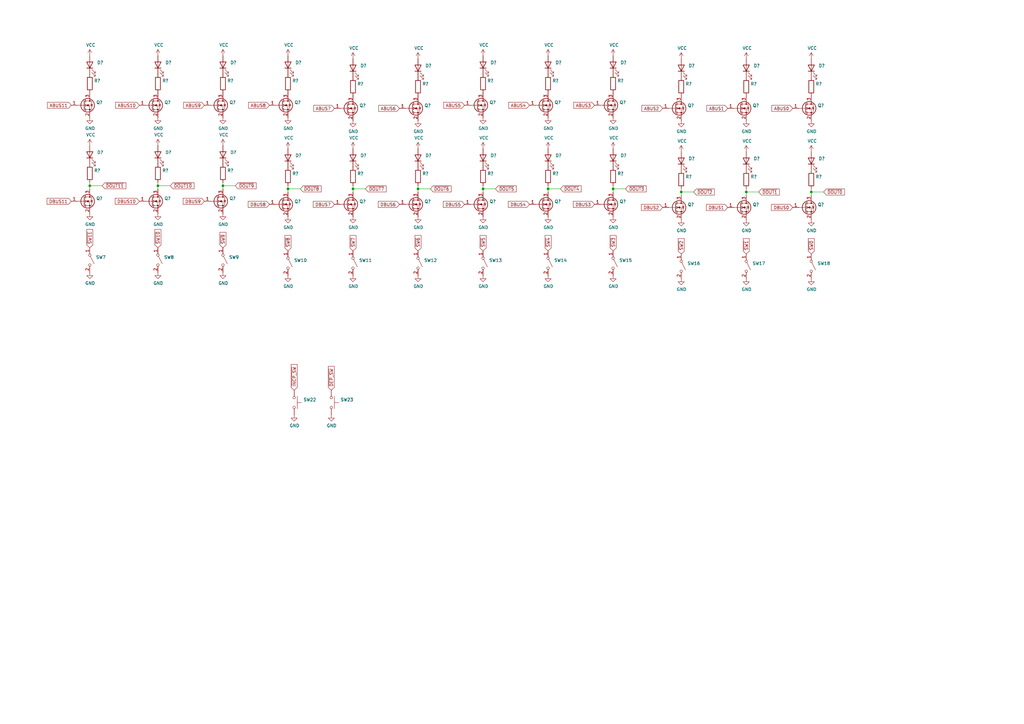
<source format=kicad_sch>
(kicad_sch (version 20211123) (generator eeschema)
  (paper "A3")
  (title_block (title "Q2 Computer") (date "2022-04-16") (rev "4c") (company "joewing.net"))
  (lib_symbols
    (symbol "Device:LED" (pin_numbers hide) (pin_names (offset 1.016) hide)
      (property "Reference" "D" (at 0 2.54 0))
      (property "Value" "LED" (at 0 -2.54 0))
      (symbol "LED_0_1"
        (polyline (pts (xy -1.27 -1.27) (xy -1.27 1.27)) (stroke (width 0.254)))
        (polyline (pts (xy -1.27 0) (xy 1.27 0)))
        (polyline (pts (xy 1.27 -1.27) (xy 1.27 1.27) (xy -1.27 0) (xy 1.27 -1.27)) (stroke (width 0.254)))
        (polyline (pts (xy -3.048 -0.762) (xy -4.572 -2.286) (xy -3.81 -2.286) (xy -4.572 -2.286) (xy -4.572 -1.524)))
        (polyline (pts (xy -1.778 -0.762) (xy -3.302 -2.286) (xy -2.54 -2.286) (xy -3.302 -2.286) (xy -3.302 -1.524)))
      )
      (symbol "LED_1_1"
        (pin passive line (at -3.81 0 0) (length 2.54) (name "K") (number "1"))
        (pin passive line (at 3.81 0 180) (length 2.54) (name "A") (number "2"))
      )
    )
    (symbol "Device:R" (pin_numbers hide) (pin_names (offset 0))
      (property "Reference" "R" (at 2.032 0 90))
      (property "Value" "R" (at 0 0 90))
      (symbol "R_0_1"
        (rectangle (start -1.016 -2.54) (end 1.016 2.54) (stroke (width 0.254)))
      )
      (symbol "R_1_1"
        (pin passive line (at 0 3.81 270) (length 1.27) (name "~") (number "1"))
        (pin passive line (at 0 -3.81 90) (length 1.27) (name "~") (number "2"))
      )
    )
    (symbol "Switch:SW_Push" (pin_numbers hide) (pin_names (offset 1.016) hide)
      (property "Reference" "SW" (at 1.27 2.54 0))
      (property "Value" "SW_Push" (at 0 -1.524 0))
      (symbol "SW_Push_0_1"
        (circle (center -2.032 0) (radius 0.508))
        (polyline (pts (xy 0 1.27) (xy 0 3.048)))
        (polyline (pts (xy 2.54 1.27) (xy -2.54 1.27)))
        (circle (center 2.032 0) (radius 0.508))
        (pin passive line (at -5.08 0 0) (length 2.54) (name "1") (number "1"))
        (pin passive line (at 5.08 0 180) (length 2.54) (name "2") (number "2"))
      )
    )
    (symbol "Switch:SW_SPST" (pin_names (offset 0) hide)
      (property "Reference" "SW" (at 0 3.175 0))
      (property "Value" "SW_SPST" (at 0 -2.54 0))
      (symbol "SW_SPST_0_0"
        (circle (center -2.032 0) (radius 0.508))
        (polyline (pts (xy -1.524 0.254) (xy 1.524 1.778)))
        (circle (center 2.032 0) (radius 0.508))
      )
      (symbol "SW_SPST_1_1"
        (pin passive line (at -5.08 0 0) (length 2.54) (name "A") (number "1"))
        (pin passive line (at 5.08 0 180) (length 2.54) (name "B") (number "2"))
      )
    )
    (symbol "Transistor_FET:2N7002" (pin_names hide)
      (property "Reference" "Q" (at 5.08 1.905 0))
      (property "Value" "2N7002" (at 5.08 0 0))
      (symbol "2N7002_0_1"
        (polyline (pts (xy 0.254 0) (xy -2.54 0)))
        (polyline (pts (xy 0.254 1.905) (xy 0.254 -1.905)) (stroke (width 0.254)))
        (polyline (pts (xy 0.762 -1.27) (xy 0.762 -2.286)) (stroke (width 0.254)))
        (polyline (pts (xy 0.762 0.508) (xy 0.762 -0.508)) (stroke (width 0.254)))
        (polyline (pts (xy 0.762 2.286) (xy 0.762 1.27)) (stroke (width 0.254)))
        (polyline (pts (xy 2.54 2.54) (xy 2.54 1.778)))
        (polyline (pts (xy 2.54 -2.54) (xy 2.54 0) (xy 0.762 0)))
        (polyline (pts (xy 0.762 -1.778) (xy 3.302 -1.778) (xy 3.302 1.778) (xy 0.762 1.778)))
        (polyline (pts (xy 1.016 0) (xy 2.032 0.381) (xy 2.032 -0.381) (xy 1.016 0)) (fill (type outline)))
        (polyline (pts (xy 2.794 0.508) (xy 2.921 0.381) (xy 3.683 0.381) (xy 3.81 0.254)))
        (polyline (pts (xy 3.302 0.381) (xy 2.921 -0.254) (xy 3.683 -0.254) (xy 3.302 0.381)))
        (circle (center 1.651 0) (radius 2.794) (stroke (width 0.254)))
        (circle (center 2.54 -1.778) (radius 0.254) (fill (type outline)))
        (circle (center 2.54 1.778) (radius 0.254) (fill (type outline)))
      )
      (symbol "2N7002_1_1"
        (pin input line (at -5.08 0 0) (length 2.54) (name "G") (number "1"))
        (pin passive line (at 2.54 -5.08 90) (length 2.54) (name "S") (number "2"))
        (pin passive line (at 2.54 5.08 270) (length 2.54) (name "D") (number "3"))
      )
    )
    (symbol "power:GND" (power) (pin_names (offset 0))
      (property "Value" "GND" (at 0 -3.81 0))
      (symbol "GND_0_1"
        (polyline (pts (xy 0 0) (xy 0 -1.27) (xy 1.27 -1.27) (xy 0 -2.54) (xy -1.27 -1.27) (xy 0 -1.27)))
      )
      (symbol "GND_1_1"
        (pin power_in line (at 0 0 270) (length 0) hide (name "GND") (number "1"))
      )
    )
    (symbol "power:VCC" (power) (pin_names (offset 0))
      (property "Value" "VCC" (at 0 3.81 0))
      (symbol "VCC_0_1"
        (polyline (pts (xy -0.762 1.27) (xy 0 2.54)))
        (polyline (pts (xy 0 0) (xy 0 2.54)))
        (polyline (pts (xy 0 2.54) (xy 0.762 1.27)))
      )
      (symbol "VCC_1_1"
        (pin power_in line (at 0 0 90) (length 0) hide (name "VCC") (number "1"))
      )
    )
  )
  (junction (at 224.79 77.47))
  (junction (at 306.07 78.74))
  (junction (at 171.45 77.47))
  (junction (at 91.44 76.2))
  (junction (at 198.12 77.47))
  (junction (at 144.78 77.47))
  (junction (at 64.77 76.2))
  (junction (at 332.74 78.74))
  (junction (at 118.11 77.47))
  (junction (at 36.83 76.2))
  (junction (at 279.4 78.74))
  (junction (at 251.46 77.47))
  (wire (pts (xy 171.45 76.2) (xy 171.45 77.47)))
  (wire (pts (xy 198.12 77.47) (xy 198.12 78.74)))
  (wire (pts (xy 41.91 76.2) (xy 36.83 76.2)))
  (wire (pts (xy 337.82 78.74) (xy 332.74 78.74)))
  (wire (pts (xy 198.12 76.2) (xy 198.12 77.47)))
  (wire (pts (xy 203.2 77.47) (xy 198.12 77.47)))
  (wire (pts (xy 36.83 76.2) (xy 36.83 77.47)))
  (wire (pts (xy 306.07 78.74) (xy 306.07 80.01)))
  (wire (pts (xy 224.79 76.2) (xy 224.79 77.47)))
  (wire (pts (xy 279.4 78.74) (xy 279.4 80.01)))
  (wire (pts (xy 91.44 76.2) (xy 91.44 77.47)))
  (wire (pts (xy 64.77 76.2) (xy 64.77 77.47)))
  (wire (pts (xy 118.11 76.2) (xy 118.11 77.47)))
  (wire (pts (xy 36.83 74.93) (xy 36.83 76.2)))
  (wire (pts (xy 69.85 76.2) (xy 64.77 76.2)))
  (wire (pts (xy 251.46 76.2) (xy 251.46 77.47)))
  (wire (pts (xy 96.52 76.2) (xy 91.44 76.2)))
  (wire (pts (xy 311.15 78.74) (xy 306.07 78.74)))
  (wire (pts (xy 64.77 74.93) (xy 64.77 76.2)))
  (wire (pts (xy 332.74 78.74) (xy 332.74 80.01)))
  (wire (pts (xy 176.53 77.47) (xy 171.45 77.47)))
  (wire (pts (xy 256.54 77.47) (xy 251.46 77.47)))
  (wire (pts (xy 171.45 77.47) (xy 171.45 78.74)))
  (wire (pts (xy 123.19 77.47) (xy 118.11 77.47)))
  (wire (pts (xy 332.74 77.47) (xy 332.74 78.74)))
  (wire (pts (xy 91.44 74.93) (xy 91.44 76.2)))
  (wire (pts (xy 251.46 77.47) (xy 251.46 78.74)))
  (wire (pts (xy 229.87 77.47) (xy 224.79 77.47)))
  (wire (pts (xy 306.07 77.47) (xy 306.07 78.74)))
  (wire (pts (xy 284.48 78.74) (xy 279.4 78.74)))
  (wire (pts (xy 279.4 77.47) (xy 279.4 78.74)))
  (wire (pts (xy 224.79 77.47) (xy 224.79 78.74)))
  (wire (pts (xy 149.86 77.47) (xy 144.78 77.47)))
  (wire (pts (xy 118.11 77.47) (xy 118.11 78.74)))
  (wire (pts (xy 144.78 77.47) (xy 144.78 78.74)))
  (wire (pts (xy 144.78 76.2) (xy 144.78 77.47)))
  (global_label "~{SW6}" (shape input) (at 171.45 102.87 90) (property "Intersheet References" "${INTERSHEET_REFS}" (effects hide)))
  (global_label "~{SW2}" (shape input) (at 279.4 104.14 90) (property "Intersheet References" "${INTERSHEET_REFS}" (effects hide)))
  (global_label "ABUS0" (shape input) (at 325.12 44.45 180) (property "Intersheet References" "${INTERSHEET_REFS}" (effects hide)))
  (global_label "~{DOUT3}" (shape input) (at 256.54 77.47 0) (property "Intersheet References" "${INTERSHEET_REFS}" (effects hide)))
  (global_label "~{SW7}" (shape input) (at 144.78 102.87 90) (property "Intersheet References" "${INTERSHEET_REFS}" (effects hide)))
  (global_label "~{DOUT0}" (shape input) (at 337.82 78.74 0) (property "Intersheet References" "${INTERSHEET_REFS}" (effects hide)))
  (global_label "DBUS0" (shape input) (at 325.12 85.09 180) (property "Intersheet References" "${INTERSHEET_REFS}" (effects hide)))
  (global_label "ABUS1" (shape input) (at 298.45 44.45 180) (property "Intersheet References" "${INTERSHEET_REFS}" (effects hide)))
  (global_label "~{SW10}" (shape input) (at 64.77 101.6 90) (property "Intersheet References" "${INTERSHEET_REFS}" (effects hide)))
  (global_label "~{DOUT9}" (shape input) (at 96.52 76.2 0) (property "Intersheet References" "${INTERSHEET_REFS}" (effects hide)))
  (global_label "~{DOUT8}" (shape input) (at 123.19 77.47 0) (property "Intersheet References" "${INTERSHEET_REFS}" (effects hide)))
  (global_label "~{SW4}" (shape input) (at 224.79 102.87 90) (property "Intersheet References" "${INTERSHEET_REFS}" (effects hide)))
  (global_label "~{DEP_SW}" (shape input) (at 135.89 160.02 90) (property "Intersheet References" "${INTERSHEET_REFS}" (effects hide)))
  (global_label "ABUS5" (shape input) (at 190.5 43.18 180) (property "Intersheet References" "${INTERSHEET_REFS}" (effects hide)))
  (global_label "DBUS11" (shape input) (at 29.21 82.55 180) (property "Intersheet References" "${INTERSHEET_REFS}" (effects hide)))
  (global_label "DBUS9" (shape input) (at 83.82 82.55 180) (property "Intersheet References" "${INTERSHEET_REFS}" (effects hide)))
  (global_label "DBUS10" (shape input) (at 57.15 82.55 180) (property "Intersheet References" "${INTERSHEET_REFS}" (effects hide)))
  (global_label "DBUS8" (shape input) (at 110.49 83.82 180) (property "Intersheet References" "${INTERSHEET_REFS}" (effects hide)))
  (global_label "ABUS8" (shape input) (at 110.49 43.18 180) (property "Intersheet References" "${INTERSHEET_REFS}" (effects hide)))
  (global_label "~{DOUT10}" (shape input) (at 69.85 76.2 0) (property "Intersheet References" "${INTERSHEET_REFS}" (effects hide)))
  (global_label "~{SW3}" (shape input) (at 251.46 102.87 90) (property "Intersheet References" "${INTERSHEET_REFS}" (effects hide)))
  (global_label "ABUS10" (shape input) (at 57.15 43.18 180) (property "Intersheet References" "${INTERSHEET_REFS}" (effects hide)))
  (global_label "~{DOUT11}" (shape input) (at 41.91 76.2 0) (property "Intersheet References" "${INTERSHEET_REFS}" (effects hide)))
  (global_label "DBUS6" (shape input) (at 163.83 83.82 180) (property "Intersheet References" "${INTERSHEET_REFS}" (effects hide)))
  (global_label "~{DOUT4}" (shape input) (at 229.87 77.47 0) (property "Intersheet References" "${INTERSHEET_REFS}" (effects hide)))
  (global_label "ABUS3" (shape input) (at 243.84 43.18 180) (property "Intersheet References" "${INTERSHEET_REFS}" (effects hide)))
  (global_label "~{DOUT6}" (shape input) (at 176.53 77.47 0) (property "Intersheet References" "${INTERSHEET_REFS}" (effects hide)))
  (global_label "~{SW5}" (shape input) (at 198.12 102.87 90) (property "Intersheet References" "${INTERSHEET_REFS}" (effects hide)))
  (global_label "ABUS4" (shape input) (at 217.17 43.18 180) (property "Intersheet References" "${INTERSHEET_REFS}" (effects hide)))
  (global_label "~{SW0}" (shape input) (at 332.74 104.14 90) (property "Intersheet References" "${INTERSHEET_REFS}" (effects hide)))
  (global_label "ABUS11" (shape input) (at 29.21 43.18 180) (property "Intersheet References" "${INTERSHEET_REFS}" (effects hide)))
  (global_label "DBUS7" (shape input) (at 137.16 83.82 180) (property "Intersheet References" "${INTERSHEET_REFS}" (effects hide)))
  (global_label "ABUS6" (shape input) (at 163.83 44.45 180) (property "Intersheet References" "${INTERSHEET_REFS}" (effects hide)))
  (global_label "~{SW9}" (shape input) (at 91.44 101.6 90) (property "Intersheet References" "${INTERSHEET_REFS}" (effects hide)))
  (global_label "~{SW8}" (shape input) (at 118.11 102.87 90) (property "Intersheet References" "${INTERSHEET_REFS}" (effects hide)))
  (global_label "~{SW1}" (shape input) (at 306.07 104.14 90) (property "Intersheet References" "${INTERSHEET_REFS}" (effects hide)))
  (global_label "~{DOUT2}" (shape input) (at 284.48 78.74 0) (property "Intersheet References" "${INTERSHEET_REFS}" (effects hide)))
  (global_label "~{DOUT5}" (shape input) (at 203.2 77.47 0) (property "Intersheet References" "${INTERSHEET_REFS}" (effects hide)))
  (global_label "DBUS1" (shape input) (at 298.45 85.09 180) (property "Intersheet References" "${INTERSHEET_REFS}" (effects hide)))
  (global_label "DBUS2" (shape input) (at 271.78 85.09 180) (property "Intersheet References" "${INTERSHEET_REFS}" (effects hide)))
  (global_label "~{INCP_SW}" (shape input) (at 120.65 160.02 90) (property "Intersheet References" "${INTERSHEET_REFS}" (effects hide)))
  (global_label "~{DOUT1}" (shape input) (at 311.15 78.74 0) (property "Intersheet References" "${INTERSHEET_REFS}" (effects hide)))
  (global_label "~{DOUT7}" (shape input) (at 149.86 77.47 0) (property "Intersheet References" "${INTERSHEET_REFS}" (effects hide)))
  (global_label "ABUS9" (shape input) (at 83.82 43.18 180) (property "Intersheet References" "${INTERSHEET_REFS}" (effects hide)))
  (global_label "DBUS3" (shape input) (at 243.84 83.82 180) (property "Intersheet References" "${INTERSHEET_REFS}" (effects hide)))
  (global_label "ABUS2" (shape input) (at 271.78 44.45 180) (property "Intersheet References" "${INTERSHEET_REFS}" (effects hide)))
  (global_label "ABUS7" (shape input) (at 137.16 44.45 180) (property "Intersheet References" "${INTERSHEET_REFS}" (effects hide)))
  (global_label "~{SW11}" (shape input) (at 36.83 101.6 90) (property "Intersheet References" "${INTERSHEET_REFS}" (effects hide)))
  (global_label "DBUS4" (shape input) (at 217.17 83.82 180) (property "Intersheet References" "${INTERSHEET_REFS}" (effects hide)))
  (global_label "DBUS5" (shape input) (at 190.5 83.82 180) (property "Intersheet References" "${INTERSHEET_REFS}" (effects hide)))
  (symbol (lib_id "Device:LED") (at 36.83 26.67 90) (unit 1)
    (property "Reference" "D?" (at 39.8272 25.6794 90) (effects (justify right)))
    (property "LCSC" "C2296" (effects hide))
    (property "Manufacturer" "Hubei KENTO Elec" (effects hide))
    (property "Part Number" "17-21SUYC/TR8" (effects hide))
    (property "Package" "0805" (effects hide))
    (property "Type" "SMD" (effects hide))
  )
  (symbol (lib_id "Device:R") (at 36.83 34.29 0) (unit 1)
    (property "Reference" "R?" (at 38.608 33.1216 0) (effects (justify left)))
    (property "LCSC" "C21190" (effects hide))
    (property "Manufacturer" "UNI-ROYAL(Uniroyal Elec)" (effects hide))
    (property "Part Number" "0603WAF1001T5E" (effects hide))
    (property "Package" "0603" (effects hide))
    (property "Type" "SMD" (effects hide))
  )
  (symbol (lib_id "power:VCC") (at 36.83 22.86 0) (unit 1)
    (property "Reference" "#PWR?" (effects hide))
  )
  (symbol (lib_id "Transistor_FET:2N7002") (at 34.29 43.18 0) (unit 1)
    (property "Reference" "Q?" (at 39.4716 42.0116 0) (effects (justify left)))
    (property "LCSC" "C181083" (effects hide))
    (property "Manufacturer" "Guangdong Hottech" (effects hide))
    (property "Part Number" "2N7002" (effects hide))
    (property "Package" "SOT-23" (effects hide))
    (property "Type" "SMD" (effects hide))
  )
  (symbol (lib_id "power:GND") (at 36.83 48.26 0) (unit 1)
    (property "Reference" "#PWR?" (effects hide))
  )
  (symbol (lib_id "Device:LED") (at 36.83 63.5 90) (unit 1)
    (property "Reference" "D?" (at 39.8272 62.5094 90) (effects (justify right)))
    (property "LCSC" "C2296" (effects hide))
    (property "Manufacturer" "Hubei KENTO Elec" (effects hide))
    (property "Part Number" "17-21SUYC/TR8" (effects hide))
    (property "Package" "0805" (effects hide))
    (property "Type" "SMD" (effects hide))
  )
  (symbol (lib_id "Device:R") (at 36.83 71.12 0) (unit 1)
    (property "Reference" "R?" (at 38.608 69.9516 0) (effects (justify left)))
    (property "LCSC" "C21190" (effects hide))
    (property "Manufacturer" "UNI-ROYAL(Uniroyal Elec)" (effects hide))
    (property "Part Number" "0603WAF1001T5E" (effects hide))
    (property "Package" "0603" (effects hide))
    (property "Type" "SMD" (effects hide))
  )
  (symbol (lib_id "power:VCC") (at 36.83 59.69 0) (unit 1)
    (property "Reference" "#PWR?" (effects hide))
  )
  (symbol (lib_id "Transistor_FET:2N7002") (at 34.29 82.55 0) (unit 1)
    (property "Reference" "Q?" (at 39.4716 81.3816 0) (effects (justify left)))
    (property "LCSC" "C181083" (effects hide))
    (property "Manufacturer" "Guangdong Hottech" (effects hide))
    (property "Part Number" "2N7002" (effects hide))
    (property "Package" "SOT-23" (effects hide))
    (property "Type" "SMD" (effects hide))
  )
  (symbol (lib_id "power:GND") (at 36.83 87.63 0) (unit 1)
    (property "Reference" "#PWR?" (effects hide))
  )
  (symbol (lib_id "Switch:SW_SPST") (at 36.83 106.68 270) (unit 1)
    (property "Reference" "SW7" (at 39.3192 105.5116 90) (effects (justify left)))
    (property "LCSC" "C514017" (effects hide))
    (property "Manufacturer" "Yuandi" (effects hide))
    (property "Part Number" "TA-3524S-A2" (effects hide))
    (property "Package" "6.6x2.7x2mm" (effects hide))
    (property "Type" "SMD" (effects hide))
  )
  (symbol (lib_id "power:GND") (at 36.83 111.76 0) (unit 1)
    (property "Reference" "#PWR?" (effects hide))
  )
  (symbol (lib_id "Switch:SW_Push") (at 120.65 165.1 270) (unit 1)
    (property "Reference" "SW22" (at 124.4092 163.9316 90) (effects (justify left)))
    (property "LCSC" "C620316" (effects hide))
    (property "Manufacturer" "USAKRO" (effects hide))
    (property "Part Number" "UK-B0228-G5-160-JZ" (effects hide))
    (property "Package" "6x6mm" (effects hide))
    (property "Type" "SMD" (effects hide))
  )
  (symbol (lib_id "power:GND") (at 120.65 170.18 0) (unit 1)
    (property "Reference" "#PWR?" (effects hide))
  )
  (symbol (lib_id "Switch:SW_SPST") (at 64.77 106.68 270) (unit 1)
    (property "Reference" "SW8" (at 67.2592 105.5116 90) (effects (justify left)))
    (property "LCSC" "C514017" (effects hide))
    (property "Manufacturer" "Yuandi" (effects hide))
    (property "Part Number" "TA-3524S-A2" (effects hide))
    (property "Package" "6.6x2.7x2mm" (effects hide))
    (property "Type" "SMD" (effects hide))
  )
  (symbol (lib_id "power:GND") (at 64.77 111.76 0) (unit 1)
    (property "Reference" "#PWR?" (effects hide))
  )
  (symbol (lib_id "Device:LED") (at 64.77 26.67 90) (unit 1)
    (property "Reference" "D?" (at 67.7672 25.6794 90) (effects (justify right)))
    (property "LCSC" "C2296" (effects hide))
    (property "Manufacturer" "Hubei KENTO Elec" (effects hide))
    (property "Part Number" "17-21SUYC/TR8" (effects hide))
    (property "Package" "0805" (effects hide))
    (property "Type" "SMD" (effects hide))
  )
  (symbol (lib_id "Device:R") (at 64.77 34.29 0) (unit 1)
    (property "Reference" "R?" (at 66.548 33.1216 0) (effects (justify left)))
    (property "LCSC" "C21190" (effects hide))
    (property "Manufacturer" "UNI-ROYAL(Uniroyal Elec)" (effects hide))
    (property "Part Number" "0603WAF1001T5E" (effects hide))
    (property "Package" "0603" (effects hide))
    (property "Type" "SMD" (effects hide))
  )
  (symbol (lib_id "power:VCC") (at 64.77 22.86 0) (unit 1)
    (property "Reference" "#PWR?" (effects hide))
  )
  (symbol (lib_id "power:GND") (at 64.77 48.26 0) (unit 1)
    (property "Reference" "#PWR?" (effects hide))
  )
  (symbol (lib_id "Device:LED") (at 64.77 63.5 90) (unit 1)
    (property "Reference" "D?" (at 67.7672 62.5094 90) (effects (justify right)))
    (property "LCSC" "C2296" (effects hide))
    (property "Manufacturer" "Hubei KENTO Elec" (effects hide))
    (property "Part Number" "17-21SUYC/TR8" (effects hide))
    (property "Package" "0805" (effects hide))
    (property "Type" "SMD" (effects hide))
  )
  (symbol (lib_id "Device:R") (at 64.77 71.12 0) (unit 1)
    (property "Reference" "R?" (at 66.548 69.9516 0) (effects (justify left)))
    (property "LCSC" "C21190" (effects hide))
    (property "Manufacturer" "UNI-ROYAL(Uniroyal Elec)" (effects hide))
    (property "Part Number" "0603WAF1001T5E" (effects hide))
    (property "Package" "0603" (effects hide))
    (property "Type" "SMD" (effects hide))
  )
  (symbol (lib_id "power:VCC") (at 64.77 59.69 0) (unit 1)
    (property "Reference" "#PWR?" (effects hide))
  )
  (symbol (lib_id "Transistor_FET:2N7002") (at 62.23 82.55 0) (unit 1)
    (property "Reference" "Q?" (at 67.4116 81.3816 0) (effects (justify left)))
    (property "LCSC" "C181083" (effects hide))
    (property "Manufacturer" "Guangdong Hottech" (effects hide))
    (property "Part Number" "2N7002" (effects hide))
    (property "Package" "SOT-23" (effects hide))
    (property "Type" "SMD" (effects hide))
  )
  (symbol (lib_id "power:GND") (at 64.77 87.63 0) (unit 1)
    (property "Reference" "#PWR?" (effects hide))
  )
  (symbol (lib_id "Transistor_FET:2N7002") (at 62.23 43.18 0) (unit 1)
    (property "Reference" "Q?" (at 67.4116 42.0116 0) (effects (justify left)))
    (property "LCSC" "C181083" (effects hide))
    (property "Manufacturer" "Guangdong Hottech" (effects hide))
    (property "Part Number" "2N7002" (effects hide))
    (property "Package" "SOT-23" (effects hide))
    (property "Type" "SMD" (effects hide))
  )
  (symbol (lib_id "Switch:SW_SPST") (at 91.44 106.68 270) (unit 1)
    (property "Reference" "SW9" (at 93.9292 105.5116 90) (effects (justify left)))
    (property "LCSC" "C514017" (effects hide))
    (property "Manufacturer" "Yuandi" (effects hide))
    (property "Part Number" "TA-3524S-A2" (effects hide))
    (property "Package" "6.6x2.7x2mm" (effects hide))
    (property "Type" "SMD" (effects hide))
  )
  (symbol (lib_id "power:GND") (at 91.44 111.76 0) (unit 1)
    (property "Reference" "#PWR?" (effects hide))
  )
  (symbol (lib_id "Device:LED") (at 91.44 26.67 90) (unit 1)
    (property "Reference" "D?" (at 94.4372 25.6794 90) (effects (justify right)))
    (property "LCSC" "C2296" (effects hide))
    (property "Manufacturer" "Hubei KENTO Elec" (effects hide))
    (property "Part Number" "17-21SUYC/TR8" (effects hide))
    (property "Package" "0805" (effects hide))
    (property "Type" "SMD" (effects hide))
  )
  (symbol (lib_id "Device:R") (at 91.44 34.29 0) (unit 1)
    (property "Reference" "R?" (at 93.218 33.1216 0) (effects (justify left)))
    (property "LCSC" "C21190" (effects hide))
    (property "Manufacturer" "UNI-ROYAL(Uniroyal Elec)" (effects hide))
    (property "Part Number" "0603WAF1001T5E" (effects hide))
    (property "Package" "0603" (effects hide))
    (property "Type" "SMD" (effects hide))
  )
  (symbol (lib_id "power:VCC") (at 91.44 22.86 0) (unit 1)
    (property "Reference" "#PWR?" (effects hide))
  )
  (symbol (lib_id "power:GND") (at 91.44 48.26 0) (unit 1)
    (property "Reference" "#PWR?" (effects hide))
  )
  (symbol (lib_id "Device:LED") (at 91.44 63.5 90) (unit 1)
    (property "Reference" "D?" (at 94.4372 62.5094 90) (effects (justify right)))
    (property "LCSC" "C2296" (effects hide))
    (property "Manufacturer" "Hubei KENTO Elec" (effects hide))
    (property "Part Number" "17-21SUYC/TR8" (effects hide))
    (property "Package" "0805" (effects hide))
    (property "Type" "SMD" (effects hide))
  )
  (symbol (lib_id "Device:R") (at 91.44 71.12 0) (unit 1)
    (property "Reference" "R?" (at 93.218 69.9516 0) (effects (justify left)))
    (property "LCSC" "C21190" (effects hide))
    (property "Manufacturer" "UNI-ROYAL(Uniroyal Elec)" (effects hide))
    (property "Part Number" "0603WAF1001T5E" (effects hide))
    (property "Package" "0603" (effects hide))
    (property "Type" "SMD" (effects hide))
  )
  (symbol (lib_id "power:VCC") (at 91.44 59.69 0) (unit 1)
    (property "Reference" "#PWR?" (effects hide))
  )
  (symbol (lib_id "Transistor_FET:2N7002") (at 88.9 82.55 0) (unit 1)
    (property "Reference" "Q?" (at 94.0816 81.3816 0) (effects (justify left)))
    (property "LCSC" "C181083" (effects hide))
    (property "Manufacturer" "Guangdong Hottech" (effects hide))
    (property "Part Number" "2N7002" (effects hide))
    (property "Package" "SOT-23" (effects hide))
    (property "Type" "SMD" (effects hide))
  )
  (symbol (lib_id "power:GND") (at 91.44 87.63 0) (unit 1)
    (property "Reference" "#PWR?" (effects hide))
  )
  (symbol (lib_id "Transistor_FET:2N7002") (at 88.9 43.18 0) (unit 1)
    (property "Reference" "Q?" (at 94.0816 42.0116 0) (effects (justify left)))
    (property "LCSC" "C181083" (effects hide))
    (property "Manufacturer" "Guangdong Hottech" (effects hide))
    (property "Part Number" "2N7002" (effects hide))
    (property "Package" "SOT-23" (effects hide))
    (property "Type" "SMD" (effects hide))
  )
  (symbol (lib_id "Switch:SW_SPST") (at 118.11 107.95 270) (unit 1)
    (property "Reference" "SW10" (at 120.5992 106.7816 90) (effects (justify left)))
    (property "LCSC" "C514017" (effects hide))
    (property "Manufacturer" "Yuandi" (effects hide))
    (property "Part Number" "TA-3524S-A2" (effects hide))
    (property "Package" "6.6x2.7x2mm" (effects hide))
    (property "Type" "SMD" (effects hide))
  )
  (symbol (lib_id "power:GND") (at 118.11 113.03 0) (unit 1)
    (property "Reference" "#PWR?" (effects hide))
  )
  (symbol (lib_id "Device:LED") (at 118.11 26.67 90) (unit 1)
    (property "Reference" "D?" (at 121.1072 25.6794 90) (effects (justify right)))
    (property "LCSC" "C2296" (effects hide))
    (property "Manufacturer" "Hubei KENTO Elec" (effects hide))
    (property "Part Number" "17-21SUYC/TR8" (effects hide))
    (property "Package" "0805" (effects hide))
    (property "Type" "SMD" (effects hide))
  )
  (symbol (lib_id "Device:R") (at 118.11 34.29 0) (unit 1)
    (property "Reference" "R?" (at 119.888 33.1216 0) (effects (justify left)))
    (property "LCSC" "C21190" (effects hide))
    (property "Manufacturer" "UNI-ROYAL(Uniroyal Elec)" (effects hide))
    (property "Part Number" "0603WAF1001T5E" (effects hide))
    (property "Package" "0603" (effects hide))
    (property "Type" "SMD" (effects hide))
  )
  (symbol (lib_id "power:VCC") (at 118.11 22.86 0) (unit 1)
    (property "Reference" "#PWR?" (effects hide))
  )
  (symbol (lib_id "power:GND") (at 118.11 48.26 0) (unit 1)
    (property "Reference" "#PWR?" (effects hide))
  )
  (symbol (lib_id "Device:LED") (at 118.11 64.77 90) (unit 1)
    (property "Reference" "D?" (at 121.1072 63.7794 90) (effects (justify right)))
    (property "LCSC" "C2296" (effects hide))
    (property "Manufacturer" "Hubei KENTO Elec" (effects hide))
    (property "Part Number" "17-21SUYC/TR8" (effects hide))
    (property "Package" "0805" (effects hide))
    (property "Type" "SMD" (effects hide))
  )
  (symbol (lib_id "Device:R") (at 118.11 72.39 0) (unit 1)
    (property "Reference" "R?" (at 119.888 71.2216 0) (effects (justify left)))
    (property "LCSC" "C21190" (effects hide))
    (property "Manufacturer" "UNI-ROYAL(Uniroyal Elec)" (effects hide))
    (property "Part Number" "0603WAF1001T5E" (effects hide))
    (property "Package" "0603" (effects hide))
    (property "Type" "SMD" (effects hide))
  )
  (symbol (lib_id "power:VCC") (at 118.11 60.96 0) (unit 1)
    (property "Reference" "#PWR?" (effects hide))
  )
  (symbol (lib_id "Transistor_FET:2N7002") (at 115.57 83.82 0) (unit 1)
    (property "Reference" "Q?" (at 120.7516 82.6516 0) (effects (justify left)))
    (property "LCSC" "C181083" (effects hide))
    (property "Manufacturer" "Guangdong Hottech" (effects hide))
    (property "Part Number" "2N7002" (effects hide))
    (property "Package" "SOT-23" (effects hide))
    (property "Type" "SMD" (effects hide))
  )
  (symbol (lib_id "power:GND") (at 118.11 88.9 0) (unit 1)
    (property "Reference" "#PWR?" (effects hide))
  )
  (symbol (lib_id "Transistor_FET:2N7002") (at 115.57 43.18 0) (unit 1)
    (property "Reference" "Q?" (at 120.7516 42.0116 0) (effects (justify left)))
    (property "LCSC" "C181083" (effects hide))
    (property "Manufacturer" "Guangdong Hottech" (effects hide))
    (property "Part Number" "2N7002" (effects hide))
    (property "Package" "SOT-23" (effects hide))
    (property "Type" "SMD" (effects hide))
  )
  (symbol (lib_id "Switch:SW_SPST") (at 144.78 107.95 270) (unit 1)
    (property "Reference" "SW11" (at 147.2692 106.7816 90) (effects (justify left)))
    (property "LCSC" "C514017" (effects hide))
    (property "Manufacturer" "Yuandi" (effects hide))
    (property "Part Number" "TA-3524S-A2" (effects hide))
    (property "Package" "6.6x2.7x2mm" (effects hide))
    (property "Type" "SMD" (effects hide))
  )
  (symbol (lib_id "power:GND") (at 144.78 113.03 0) (unit 1)
    (property "Reference" "#PWR?" (effects hide))
  )
  (symbol (lib_id "Device:LED") (at 144.78 27.94 90) (unit 1)
    (property "Reference" "D?" (at 147.7772 26.9494 90) (effects (justify right)))
    (property "LCSC" "C2296" (effects hide))
    (property "Manufacturer" "Hubei KENTO Elec" (effects hide))
    (property "Part Number" "17-21SUYC/TR8" (effects hide))
    (property "Package" "0805" (effects hide))
    (property "Type" "SMD" (effects hide))
  )
  (symbol (lib_id "Device:R") (at 144.78 35.56 0) (unit 1)
    (property "Reference" "R?" (at 146.558 34.3916 0) (effects (justify left)))
    (property "LCSC" "C21190" (effects hide))
    (property "Manufacturer" "UNI-ROYAL(Uniroyal Elec)" (effects hide))
    (property "Part Number" "0603WAF1001T5E" (effects hide))
    (property "Package" "0603" (effects hide))
    (property "Type" "SMD" (effects hide))
  )
  (symbol (lib_id "power:VCC") (at 144.78 24.13 0) (unit 1)
    (property "Reference" "#PWR?" (effects hide))
  )
  (symbol (lib_id "power:GND") (at 144.78 49.53 0) (unit 1)
    (property "Reference" "#PWR?" (effects hide))
  )
  (symbol (lib_id "Device:LED") (at 144.78 64.77 90) (unit 1)
    (property "Reference" "D?" (at 147.7772 63.7794 90) (effects (justify right)))
    (property "LCSC" "C2296" (effects hide))
    (property "Manufacturer" "Hubei KENTO Elec" (effects hide))
    (property "Part Number" "17-21SUYC/TR8" (effects hide))
    (property "Package" "0805" (effects hide))
    (property "Type" "SMD" (effects hide))
  )
  (symbol (lib_id "Device:R") (at 144.78 72.39 0) (unit 1)
    (property "Reference" "R?" (at 146.558 71.2216 0) (effects (justify left)))
    (property "LCSC" "C21190" (effects hide))
    (property "Manufacturer" "UNI-ROYAL(Uniroyal Elec)" (effects hide))
    (property "Part Number" "0603WAF1001T5E" (effects hide))
    (property "Package" "0603" (effects hide))
    (property "Type" "SMD" (effects hide))
  )
  (symbol (lib_id "power:VCC") (at 144.78 60.96 0) (unit 1)
    (property "Reference" "#PWR?" (effects hide))
  )
  (symbol (lib_id "Transistor_FET:2N7002") (at 142.24 83.82 0) (unit 1)
    (property "Reference" "Q?" (at 147.4216 82.6516 0) (effects (justify left)))
    (property "LCSC" "C181083" (effects hide))
    (property "Manufacturer" "Guangdong Hottech" (effects hide))
    (property "Part Number" "2N7002" (effects hide))
    (property "Package" "SOT-23" (effects hide))
    (property "Type" "SMD" (effects hide))
  )
  (symbol (lib_id "power:GND") (at 144.78 88.9 0) (unit 1)
    (property "Reference" "#PWR?" (effects hide))
  )
  (symbol (lib_id "Transistor_FET:2N7002") (at 142.24 44.45 0) (unit 1)
    (property "Reference" "Q?" (at 147.4216 43.2816 0) (effects (justify left)))
    (property "LCSC" "C181083" (effects hide))
    (property "Manufacturer" "Guangdong Hottech" (effects hide))
    (property "Part Number" "2N7002" (effects hide))
    (property "Package" "SOT-23" (effects hide))
    (property "Type" "SMD" (effects hide))
  )
  (symbol (lib_id "Switch:SW_SPST") (at 171.45 107.95 270) (unit 1)
    (property "Reference" "SW12" (at 173.9392 106.7816 90) (effects (justify left)))
    (property "LCSC" "C514017" (effects hide))
    (property "Manufacturer" "Yuandi" (effects hide))
    (property "Part Number" "TA-3524S-A2" (effects hide))
    (property "Package" "6.6x2.7x2mm" (effects hide))
    (property "Type" "SMD" (effects hide))
  )
  (symbol (lib_id "power:GND") (at 171.45 113.03 0) (unit 1)
    (property "Reference" "#PWR?" (effects hide))
  )
  (symbol (lib_id "Device:LED") (at 171.45 27.94 90) (unit 1)
    (property "Reference" "D?" (at 174.4472 26.9494 90) (effects (justify right)))
    (property "LCSC" "C2296" (effects hide))
    (property "Manufacturer" "Hubei KENTO Elec" (effects hide))
    (property "Part Number" "17-21SUYC/TR8" (effects hide))
    (property "Package" "0805" (effects hide))
    (property "Type" "SMD" (effects hide))
  )
  (symbol (lib_id "Device:R") (at 171.45 35.56 0) (unit 1)
    (property "Reference" "R?" (at 173.228 34.3916 0) (effects (justify left)))
    (property "LCSC" "C21190" (effects hide))
    (property "Manufacturer" "UNI-ROYAL(Uniroyal Elec)" (effects hide))
    (property "Part Number" "0603WAF1001T5E" (effects hide))
    (property "Package" "0603" (effects hide))
    (property "Type" "SMD" (effects hide))
  )
  (symbol (lib_id "power:VCC") (at 171.45 24.13 0) (unit 1)
    (property "Reference" "#PWR?" (effects hide))
  )
  (symbol (lib_id "power:GND") (at 171.45 49.53 0) (unit 1)
    (property "Reference" "#PWR?" (effects hide))
  )
  (symbol (lib_id "Device:LED") (at 171.45 64.77 90) (unit 1)
    (property "Reference" "D?" (at 174.4472 63.7794 90) (effects (justify right)))
    (property "LCSC" "C2296" (effects hide))
    (property "Manufacturer" "Hubei KENTO Elec" (effects hide))
    (property "Part Number" "17-21SUYC/TR8" (effects hide))
    (property "Package" "0805" (effects hide))
    (property "Type" "SMD" (effects hide))
  )
  (symbol (lib_id "Device:R") (at 171.45 72.39 0) (unit 1)
    (property "Reference" "R?" (at 173.228 71.2216 0) (effects (justify left)))
    (property "LCSC" "C21190" (effects hide))
    (property "Manufacturer" "UNI-ROYAL(Uniroyal Elec)" (effects hide))
    (property "Part Number" "0603WAF1001T5E" (effects hide))
    (property "Package" "0603" (effects hide))
    (property "Type" "SMD" (effects hide))
  )
  (symbol (lib_id "power:VCC") (at 171.45 60.96 0) (unit 1)
    (property "Reference" "#PWR?" (effects hide))
  )
  (symbol (lib_id "Transistor_FET:2N7002") (at 168.91 83.82 0) (unit 1)
    (property "Reference" "Q?" (at 174.0916 82.6516 0) (effects (justify left)))
    (property "LCSC" "C181083" (effects hide))
    (property "Manufacturer" "Guangdong Hottech" (effects hide))
    (property "Part Number" "2N7002" (effects hide))
    (property "Package" "SOT-23" (effects hide))
    (property "Type" "SMD" (effects hide))
  )
  (symbol (lib_id "power:GND") (at 171.45 88.9 0) (unit 1)
    (property "Reference" "#PWR?" (effects hide))
  )
  (symbol (lib_id "Transistor_FET:2N7002") (at 168.91 44.45 0) (unit 1)
    (property "Reference" "Q?" (at 174.0916 43.2816 0) (effects (justify left)))
    (property "LCSC" "C181083" (effects hide))
    (property "Manufacturer" "Guangdong Hottech" (effects hide))
    (property "Part Number" "2N7002" (effects hide))
    (property "Package" "SOT-23" (effects hide))
    (property "Type" "SMD" (effects hide))
  )
  (symbol (lib_id "Switch:SW_SPST") (at 198.12 107.95 270) (unit 1)
    (property "Reference" "SW13" (at 200.6092 106.7816 90) (effects (justify left)))
    (property "LCSC" "C514017" (effects hide))
    (property "Manufacturer" "Yuandi" (effects hide))
    (property "Part Number" "TA-3524S-A2" (effects hide))
    (property "Package" "6.6x2.7x2mm" (effects hide))
    (property "Type" "SMD" (effects hide))
  )
  (symbol (lib_id "power:GND") (at 198.12 113.03 0) (unit 1)
    (property "Reference" "#PWR?" (effects hide))
  )
  (symbol (lib_id "Device:LED") (at 198.12 26.67 90) (unit 1)
    (property "Reference" "D?" (at 201.1172 25.6794 90) (effects (justify right)))
    (property "LCSC" "C2296" (effects hide))
    (property "Manufacturer" "Hubei KENTO Elec" (effects hide))
    (property "Part Number" "17-21SUYC/TR8" (effects hide))
    (property "Package" "0805" (effects hide))
    (property "Type" "SMD" (effects hide))
  )
  (symbol (lib_id "Device:R") (at 198.12 34.29 0) (unit 1)
    (property "Reference" "R?" (at 199.898 33.1216 0) (effects (justify left)))
    (property "LCSC" "C21190" (effects hide))
    (property "Manufacturer" "UNI-ROYAL(Uniroyal Elec)" (effects hide))
    (property "Part Number" "0603WAF1001T5E" (effects hide))
    (property "Package" "0603" (effects hide))
    (property "Type" "SMD" (effects hide))
  )
  (symbol (lib_id "power:VCC") (at 198.12 22.86 0) (unit 1)
    (property "Reference" "#PWR?" (effects hide))
  )
  (symbol (lib_id "power:GND") (at 198.12 48.26 0) (unit 1)
    (property "Reference" "#PWR?" (effects hide))
  )
  (symbol (lib_id "Device:LED") (at 198.12 64.77 90) (unit 1)
    (property "Reference" "D?" (at 201.1172 63.7794 90) (effects (justify right)))
    (property "LCSC" "C2296" (effects hide))
    (property "Manufacturer" "Hubei KENTO Elec" (effects hide))
    (property "Part Number" "17-21SUYC/TR8" (effects hide))
    (property "Package" "0805" (effects hide))
    (property "Type" "SMD" (effects hide))
  )
  (symbol (lib_id "Device:R") (at 198.12 72.39 0) (unit 1)
    (property "Reference" "R?" (at 199.898 71.2216 0) (effects (justify left)))
    (property "LCSC" "C21190" (effects hide))
    (property "Manufacturer" "UNI-ROYAL(Uniroyal Elec)" (effects hide))
    (property "Part Number" "0603WAF1001T5E" (effects hide))
    (property "Package" "0603" (effects hide))
    (property "Type" "SMD" (effects hide))
  )
  (symbol (lib_id "power:VCC") (at 198.12 60.96 0) (unit 1)
    (property "Reference" "#PWR?" (effects hide))
  )
  (symbol (lib_id "Transistor_FET:2N7002") (at 195.58 83.82 0) (unit 1)
    (property "Reference" "Q?" (at 200.7616 82.6516 0) (effects (justify left)))
    (property "LCSC" "C181083" (effects hide))
    (property "Manufacturer" "Guangdong Hottech" (effects hide))
    (property "Part Number" "2N7002" (effects hide))
    (property "Package" "SOT-23" (effects hide))
    (property "Type" "SMD" (effects hide))
  )
  (symbol (lib_id "power:GND") (at 198.12 88.9 0) (unit 1)
    (property "Reference" "#PWR?" (effects hide))
  )
  (symbol (lib_id "Transistor_FET:2N7002") (at 195.58 43.18 0) (unit 1)
    (property "Reference" "Q?" (at 200.7616 42.0116 0) (effects (justify left)))
    (property "LCSC" "C181083" (effects hide))
    (property "Manufacturer" "Guangdong Hottech" (effects hide))
    (property "Part Number" "2N7002" (effects hide))
    (property "Package" "SOT-23" (effects hide))
    (property "Type" "SMD" (effects hide))
  )
  (symbol (lib_id "Switch:SW_SPST") (at 224.79 107.95 270) (unit 1)
    (property "Reference" "SW14" (at 227.2792 106.7816 90) (effects (justify left)))
    (property "LCSC" "C514017" (effects hide))
    (property "Manufacturer" "Yuandi" (effects hide))
    (property "Part Number" "TA-3524S-A2" (effects hide))
    (property "Package" "6.6x2.7x2mm" (effects hide))
    (property "Type" "SMD" (effects hide))
  )
  (symbol (lib_id "power:GND") (at 224.79 113.03 0) (unit 1)
    (property "Reference" "#PWR?" (effects hide))
  )
  (symbol (lib_id "Device:LED") (at 224.79 26.67 90) (unit 1)
    (property "Reference" "D?" (at 227.7872 25.6794 90) (effects (justify right)))
    (property "LCSC" "C2296" (effects hide))
    (property "Manufacturer" "Hubei KENTO Elec" (effects hide))
    (property "Part Number" "17-21SUYC/TR8" (effects hide))
    (property "Package" "0805" (effects hide))
    (property "Type" "SMD" (effects hide))
  )
  (symbol (lib_id "Device:R") (at 224.79 34.29 0) (unit 1)
    (property "Reference" "R?" (at 226.568 33.1216 0) (effects (justify left)))
    (property "LCSC" "C21190" (effects hide))
    (property "Manufacturer" "UNI-ROYAL(Uniroyal Elec)" (effects hide))
    (property "Part Number" "0603WAF1001T5E" (effects hide))
    (property "Package" "0603" (effects hide))
    (property "Type" "SMD" (effects hide))
  )
  (symbol (lib_id "power:VCC") (at 224.79 22.86 0) (unit 1)
    (property "Reference" "#PWR?" (effects hide))
  )
  (symbol (lib_id "power:GND") (at 224.79 48.26 0) (unit 1)
    (property "Reference" "#PWR?" (effects hide))
  )
  (symbol (lib_id "Device:LED") (at 224.79 64.77 90) (unit 1)
    (property "Reference" "D?" (at 227.7872 63.7794 90) (effects (justify right)))
    (property "LCSC" "C2296" (effects hide))
    (property "Manufacturer" "Hubei KENTO Elec" (effects hide))
    (property "Part Number" "17-21SUYC/TR8" (effects hide))
    (property "Package" "0805" (effects hide))
    (property "Type" "SMD" (effects hide))
  )
  (symbol (lib_id "Device:R") (at 224.79 72.39 0) (unit 1)
    (property "Reference" "R?" (at 226.568 71.2216 0) (effects (justify left)))
    (property "LCSC" "C21190" (effects hide))
    (property "Manufacturer" "UNI-ROYAL(Uniroyal Elec)" (effects hide))
    (property "Part Number" "0603WAF1001T5E" (effects hide))
    (property "Package" "0603" (effects hide))
    (property "Type" "SMD" (effects hide))
  )
  (symbol (lib_id "power:VCC") (at 224.79 60.96 0) (unit 1)
    (property "Reference" "#PWR?" (effects hide))
  )
  (symbol (lib_id "Transistor_FET:2N7002") (at 222.25 83.82 0) (unit 1)
    (property "Reference" "Q?" (at 227.4316 82.6516 0) (effects (justify left)))
    (property "LCSC" "C181083" (effects hide))
    (property "Manufacturer" "Guangdong Hottech" (effects hide))
    (property "Part Number" "2N7002" (effects hide))
    (property "Package" "SOT-23" (effects hide))
    (property "Type" "SMD" (effects hide))
  )
  (symbol (lib_id "power:GND") (at 224.79 88.9 0) (unit 1)
    (property "Reference" "#PWR?" (effects hide))
  )
  (symbol (lib_id "Transistor_FET:2N7002") (at 222.25 43.18 0) (unit 1)
    (property "Reference" "Q?" (at 227.4316 42.0116 0) (effects (justify left)))
    (property "LCSC" "C181083" (effects hide))
    (property "Manufacturer" "Guangdong Hottech" (effects hide))
    (property "Part Number" "2N7002" (effects hide))
    (property "Package" "SOT-23" (effects hide))
    (property "Type" "SMD" (effects hide))
  )
  (symbol (lib_id "Switch:SW_SPST") (at 251.46 107.95 270) (unit 1)
    (property "Reference" "SW15" (at 253.9492 106.7816 90) (effects (justify left)))
    (property "LCSC" "C514017" (effects hide))
    (property "Manufacturer" "Yuandi" (effects hide))
    (property "Part Number" "TA-3524S-A2" (effects hide))
    (property "Package" "6.6x2.7x2mm" (effects hide))
    (property "Type" "SMD" (effects hide))
  )
  (symbol (lib_id "power:GND") (at 251.46 113.03 0) (unit 1)
    (property "Reference" "#PWR?" (effects hide))
  )
  (symbol (lib_id "Device:LED") (at 251.46 26.67 90) (unit 1)
    (property "Reference" "D?" (at 254.4572 25.6794 90) (effects (justify right)))
    (property "LCSC" "C2296" (effects hide))
    (property "Manufacturer" "Hubei KENTO Elec" (effects hide))
    (property "Part Number" "17-21SUYC/TR8" (effects hide))
    (property "Package" "0805" (effects hide))
    (property "Type" "SMD" (effects hide))
  )
  (symbol (lib_id "Device:R") (at 251.46 34.29 0) (unit 1)
    (property "Reference" "R?" (at 253.238 33.1216 0) (effects (justify left)))
    (property "LCSC" "C21190" (effects hide))
    (property "Manufacturer" "UNI-ROYAL(Uniroyal Elec)" (effects hide))
    (property "Part Number" "0603WAF1001T5E" (effects hide))
    (property "Package" "0603" (effects hide))
    (property "Type" "SMD" (effects hide))
  )
  (symbol (lib_id "power:VCC") (at 251.46 22.86 0) (unit 1)
    (property "Reference" "#PWR?" (effects hide))
  )
  (symbol (lib_id "power:GND") (at 251.46 48.26 0) (unit 1)
    (property "Reference" "#PWR?" (effects hide))
  )
  (symbol (lib_id "Device:LED") (at 251.46 64.77 90) (unit 1)
    (property "Reference" "D?" (at 254.4572 63.7794 90) (effects (justify right)))
    (property "LCSC" "C2296" (effects hide))
    (property "Manufacturer" "Hubei KENTO Elec" (effects hide))
    (property "Part Number" "17-21SUYC/TR8" (effects hide))
    (property "Package" "0805" (effects hide))
    (property "Type" "SMD" (effects hide))
  )
  (symbol (lib_id "Device:R") (at 251.46 72.39 0) (unit 1)
    (property "Reference" "R?" (at 253.238 71.2216 0) (effects (justify left)))
    (property "LCSC" "C21190" (effects hide))
    (property "Manufacturer" "UNI-ROYAL(Uniroyal Elec)" (effects hide))
    (property "Part Number" "0603WAF1001T5E" (effects hide))
    (property "Package" "0603" (effects hide))
    (property "Type" "SMD" (effects hide))
  )
  (symbol (lib_id "power:VCC") (at 251.46 60.96 0) (unit 1)
    (property "Reference" "#PWR?" (effects hide))
  )
  (symbol (lib_id "Transistor_FET:2N7002") (at 248.92 83.82 0) (unit 1)
    (property "Reference" "Q?" (at 254.1016 82.6516 0) (effects (justify left)))
    (property "LCSC" "C181083" (effects hide))
    (property "Manufacturer" "Guangdong Hottech" (effects hide))
    (property "Part Number" "2N7002" (effects hide))
    (property "Package" "SOT-23" (effects hide))
    (property "Type" "SMD" (effects hide))
  )
  (symbol (lib_id "power:GND") (at 251.46 88.9 0) (unit 1)
    (property "Reference" "#PWR?" (effects hide))
  )
  (symbol (lib_id "Transistor_FET:2N7002") (at 248.92 43.18 0) (unit 1)
    (property "Reference" "Q?" (at 254.1016 42.0116 0) (effects (justify left)))
    (property "LCSC" "C181083" (effects hide))
    (property "Manufacturer" "Guangdong Hottech" (effects hide))
    (property "Part Number" "2N7002" (effects hide))
    (property "Package" "SOT-23" (effects hide))
    (property "Type" "SMD" (effects hide))
  )
  (symbol (lib_id "Switch:SW_SPST") (at 279.4 109.22 270) (unit 1)
    (property "Reference" "SW16" (at 281.8892 108.0516 90) (effects (justify left)))
    (property "LCSC" "C514017" (effects hide))
    (property "Manufacturer" "Yuandi" (effects hide))
    (property "Part Number" "TA-3524S-A2" (effects hide))
    (property "Package" "6.6x2.7x2mm" (effects hide))
    (property "Type" "SMD" (effects hide))
  )
  (symbol (lib_id "power:GND") (at 279.4 114.3 0) (unit 1)
    (property "Reference" "#PWR?" (effects hide))
  )
  (symbol (lib_id "Device:LED") (at 279.4 27.94 90) (unit 1)
    (property "Reference" "D?" (at 282.3972 26.9494 90) (effects (justify right)))
    (property "LCSC" "C2296" (effects hide))
    (property "Manufacturer" "Hubei KENTO Elec" (effects hide))
    (property "Part Number" "17-21SUYC/TR8" (effects hide))
    (property "Package" "0805" (effects hide))
    (property "Type" "SMD" (effects hide))
  )
  (symbol (lib_id "Device:R") (at 279.4 35.56 0) (unit 1)
    (property "Reference" "R?" (at 281.178 34.3916 0) (effects (justify left)))
    (property "LCSC" "C21190" (effects hide))
    (property "Manufacturer" "UNI-ROYAL(Uniroyal Elec)" (effects hide))
    (property "Part Number" "0603WAF1001T5E" (effects hide))
    (property "Package" "0603" (effects hide))
    (property "Type" "SMD" (effects hide))
  )
  (symbol (lib_id "power:VCC") (at 279.4 24.13 0) (unit 1)
    (property "Reference" "#PWR?" (effects hide))
  )
  (symbol (lib_id "power:GND") (at 279.4 49.53 0) (unit 1)
    (property "Reference" "#PWR?" (effects hide))
  )
  (symbol (lib_id "Device:LED") (at 279.4 66.04 90) (unit 1)
    (property "Reference" "D?" (at 282.3972 65.0494 90) (effects (justify right)))
    (property "LCSC" "C2296" (effects hide))
    (property "Manufacturer" "Hubei KENTO Elec" (effects hide))
    (property "Part Number" "17-21SUYC/TR8" (effects hide))
    (property "Package" "0805" (effects hide))
    (property "Type" "SMD" (effects hide))
  )
  (symbol (lib_id "Device:R") (at 279.4 73.66 0) (unit 1)
    (property "Reference" "R?" (at 281.178 72.4916 0) (effects (justify left)))
    (property "LCSC" "C21190" (effects hide))
    (property "Manufacturer" "UNI-ROYAL(Uniroyal Elec)" (effects hide))
    (property "Part Number" "0603WAF1001T5E" (effects hide))
    (property "Package" "0603" (effects hide))
    (property "Type" "SMD" (effects hide))
  )
  (symbol (lib_id "power:VCC") (at 279.4 62.23 0) (unit 1)
    (property "Reference" "#PWR?" (effects hide))
  )
  (symbol (lib_id "Transistor_FET:2N7002") (at 276.86 85.09 0) (unit 1)
    (property "Reference" "Q?" (at 282.0416 83.9216 0) (effects (justify left)))
    (property "LCSC" "C181083" (effects hide))
    (property "Manufacturer" "Guangdong Hottech" (effects hide))
    (property "Part Number" "2N7002" (effects hide))
    (property "Package" "SOT-23" (effects hide))
    (property "Type" "SMD" (effects hide))
  )
  (symbol (lib_id "power:GND") (at 279.4 90.17 0) (unit 1)
    (property "Reference" "#PWR?" (effects hide))
  )
  (symbol (lib_id "Transistor_FET:2N7002") (at 276.86 44.45 0) (unit 1)
    (property "Reference" "Q?" (at 282.0416 43.2816 0) (effects (justify left)))
    (property "LCSC" "C181083" (effects hide))
    (property "Manufacturer" "Guangdong Hottech" (effects hide))
    (property "Part Number" "2N7002" (effects hide))
    (property "Package" "SOT-23" (effects hide))
    (property "Type" "SMD" (effects hide))
  )
  (symbol (lib_id "Switch:SW_SPST") (at 306.07 109.22 270) (unit 1)
    (property "Reference" "SW17" (at 308.5592 108.0516 90) (effects (justify left)))
    (property "LCSC" "C514017" (effects hide))
    (property "Manufacturer" "Yuandi" (effects hide))
    (property "Part Number" "TA-3524S-A2" (effects hide))
    (property "Package" "6.6x2.7x2mm" (effects hide))
    (property "Type" "SMD" (effects hide))
  )
  (symbol (lib_id "power:GND") (at 306.07 114.3 0) (unit 1)
    (property "Reference" "#PWR?" (effects hide))
  )
  (symbol (lib_id "Device:LED") (at 306.07 27.94 90) (unit 1)
    (property "Reference" "D?" (at 309.0672 26.9494 90) (effects (justify right)))
    (property "LCSC" "C2296" (effects hide))
    (property "Manufacturer" "Hubei KENTO Elec" (effects hide))
    (property "Part Number" "17-21SUYC/TR8" (effects hide))
    (property "Package" "0805" (effects hide))
    (property "Type" "SMD" (effects hide))
  )
  (symbol (lib_id "Device:R") (at 306.07 35.56 0) (unit 1)
    (property "Reference" "R?" (at 307.848 34.3916 0) (effects (justify left)))
    (property "LCSC" "C21190" (effects hide))
    (property "Manufacturer" "UNI-ROYAL(Uniroyal Elec)" (effects hide))
    (property "Part Number" "0603WAF1001T5E" (effects hide))
    (property "Package" "0603" (effects hide))
    (property "Type" "SMD" (effects hide))
  )
  (symbol (lib_id "power:VCC") (at 306.07 24.13 0) (unit 1)
    (property "Reference" "#PWR?" (effects hide))
  )
  (symbol (lib_id "power:GND") (at 306.07 49.53 0) (unit 1)
    (property "Reference" "#PWR?" (effects hide))
  )
  (symbol (lib_id "Device:LED") (at 306.07 66.04 90) (unit 1)
    (property "Reference" "D?" (at 309.0672 65.0494 90) (effects (justify right)))
    (property "LCSC" "C2296" (effects hide))
    (property "Manufacturer" "Hubei KENTO Elec" (effects hide))
    (property "Part Number" "17-21SUYC/TR8" (effects hide))
    (property "Package" "0805" (effects hide))
    (property "Type" "SMD" (effects hide))
  )
  (symbol (lib_id "Device:R") (at 306.07 73.66 0) (unit 1)
    (property "Reference" "R?" (at 307.848 72.4916 0) (effects (justify left)))
    (property "LCSC" "C21190" (effects hide))
    (property "Manufacturer" "UNI-ROYAL(Uniroyal Elec)" (effects hide))
    (property "Part Number" "0603WAF1001T5E" (effects hide))
    (property "Package" "0603" (effects hide))
    (property "Type" "SMD" (effects hide))
  )
  (symbol (lib_id "power:VCC") (at 306.07 62.23 0) (unit 1)
    (property "Reference" "#PWR?" (effects hide))
  )
  (symbol (lib_id "Transistor_FET:2N7002") (at 303.53 85.09 0) (unit 1)
    (property "Reference" "Q?" (at 308.7116 83.9216 0) (effects (justify left)))
    (property "LCSC" "C181083" (effects hide))
    (property "Manufacturer" "Guangdong Hottech" (effects hide))
    (property "Part Number" "2N7002" (effects hide))
    (property "Package" "SOT-23" (effects hide))
    (property "Type" "SMD" (effects hide))
  )
  (symbol (lib_id "power:GND") (at 306.07 90.17 0) (unit 1)
    (property "Reference" "#PWR?" (effects hide))
  )
  (symbol (lib_id "Transistor_FET:2N7002") (at 303.53 44.45 0) (unit 1)
    (property "Reference" "Q?" (at 308.7116 43.2816 0) (effects (justify left)))
    (property "LCSC" "C181083" (effects hide))
    (property "Manufacturer" "Guangdong Hottech" (effects hide))
    (property "Part Number" "2N7002" (effects hide))
    (property "Package" "SOT-23" (effects hide))
    (property "Type" "SMD" (effects hide))
  )
  (symbol (lib_id "Switch:SW_SPST") (at 332.74 109.22 270) (unit 1)
    (property "Reference" "SW18" (at 335.2292 108.0516 90) (effects (justify left)))
    (property "LCSC" "C514017" (effects hide))
    (property "Manufacturer" "Yuandi" (effects hide))
    (property "Part Number" "TA-3524S-A2" (effects hide))
    (property "Package" "6.6x2.7x2mm" (effects hide))
    (property "Type" "SMD" (effects hide))
  )
  (symbol (lib_id "power:GND") (at 332.74 114.3 0) (unit 1)
    (property "Reference" "#PWR?" (effects hide))
  )
  (symbol (lib_id "Device:LED") (at 332.74 27.94 90) (unit 1)
    (property "Reference" "D?" (at 335.7372 26.9494 90) (effects (justify right)))
    (property "LCSC" "C2296" (effects hide))
    (property "Manufacturer" "Hubei KENTO Elec" (effects hide))
    (property "Part Number" "17-21SUYC/TR8" (effects hide))
    (property "Package" "0805" (effects hide))
    (property "Type" "SMD" (effects hide))
  )
  (symbol (lib_id "Device:R") (at 332.74 35.56 0) (unit 1)
    (property "Reference" "R?" (at 334.518 34.3916 0) (effects (justify left)))
    (property "LCSC" "C21190" (effects hide))
    (property "Manufacturer" "UNI-ROYAL(Uniroyal Elec)" (effects hide))
    (property "Part Number" "0603WAF1001T5E" (effects hide))
    (property "Package" "0603" (effects hide))
    (property "Type" "SMD" (effects hide))
  )
  (symbol (lib_id "power:VCC") (at 332.74 24.13 0) (unit 1)
    (property "Reference" "#PWR?" (effects hide))
  )
  (symbol (lib_id "power:GND") (at 332.74 49.53 0) (unit 1)
    (property "Reference" "#PWR?" (effects hide))
  )
  (symbol (lib_id "Device:LED") (at 332.74 66.04 90) (unit 1)
    (property "Reference" "D?" (at 335.7372 65.0494 90) (effects (justify right)))
    (property "LCSC" "C2296" (effects hide))
    (property "Manufacturer" "Hubei KENTO Elec" (effects hide))
    (property "Part Number" "17-21SUYC/TR8" (effects hide))
    (property "Package" "0805" (effects hide))
    (property "Type" "SMD" (effects hide))
  )
  (symbol (lib_id "Device:R") (at 332.74 73.66 0) (unit 1)
    (property "Reference" "R?" (at 334.518 72.4916 0) (effects (justify left)))
    (property "LCSC" "C21190" (effects hide))
    (property "Manufacturer" "UNI-ROYAL(Uniroyal Elec)" (effects hide))
    (property "Part Number" "0603WAF1001T5E" (effects hide))
    (property "Package" "0603" (effects hide))
    (property "Type" "SMD" (effects hide))
  )
  (symbol (lib_id "power:VCC") (at 332.74 62.23 0) (unit 1)
    (property "Reference" "#PWR?" (effects hide))
  )
  (symbol (lib_id "Transistor_FET:2N7002") (at 330.2 85.09 0) (unit 1)
    (property "Reference" "Q?" (at 335.3816 83.9216 0) (effects (justify left)))
    (property "LCSC" "C181083" (effects hide))
    (property "Manufacturer" "Guangdong Hottech" (effects hide))
    (property "Part Number" "2N7002" (effects hide))
    (property "Package" "SOT-23" (effects hide))
    (property "Type" "SMD" (effects hide))
  )
  (symbol (lib_id "power:GND") (at 332.74 90.17 0) (unit 1)
    (property "Reference" "#PWR?" (effects hide))
  )
  (symbol (lib_id "Transistor_FET:2N7002") (at 330.2 44.45 0) (unit 1)
    (property "Reference" "Q?" (at 335.3816 43.2816 0) (effects (justify left)))
    (property "LCSC" "C181083" (effects hide))
    (property "Manufacturer" "Guangdong Hottech" (effects hide))
    (property "Part Number" "2N7002" (effects hide))
    (property "Package" "SOT-23" (effects hide))
    (property "Type" "SMD" (effects hide))
  )
  (symbol (lib_id "Switch:SW_Push") (at 135.89 165.1 270) (unit 1)
    (property "Reference" "SW23" (at 139.6492 163.9316 90) (effects (justify left)))
    (property "LCSC" "C620316" (effects hide))
    (property "Manufacturer" "USAKRO" (effects hide))
    (property "Part Number" "UK-B0228-G5-160-JZ" (effects hide))
    (property "Package" "6x6mm" (effects hide))
    (property "Type" "SMD" (effects hide))
  )
  (symbol (lib_id "power:GND") (at 135.89 170.18 0) (unit 1)
    (property "Reference" "#PWR?" (effects hide))
  )
)
</source>
